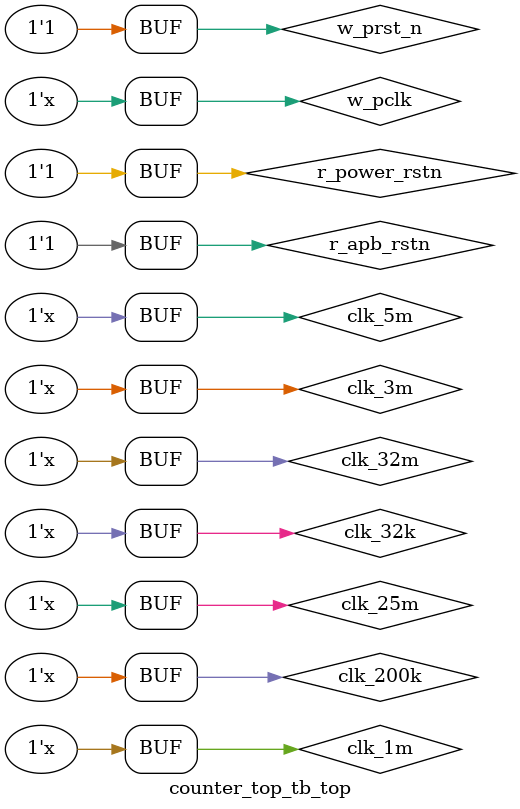
<source format=v>

`timescale 1ns / 1ps 

module counter_top_tb_top( );



parameter   COUNTER_NUM=4;

wire  [COUNTER_NUM-1:0] w_clk;// counter clock domain.
wire  [COUNTER_NUM-1:0] w_rst_n;
//apb bus register clock domain.
wire       w_pclk;
wire       w_prst_n;

wire   [ 31 : 0 ] w_paddr;
wire   [ 31 : 0 ] w_pwdata;
wire              w_pwrite;
wire              w_psel;
wire              w_penable;
wire [ 31 : 0 ]   w_prdata;

//sync data & trigger
wire  [COUNTER_NUM-1:0] w_extern_din_a;
wire  [COUNTER_NUM-1:0] w_extern_din_b;

wire [COUNTER_NUM-1:0] w_extern_dout_a;
wire [COUNTER_NUM-1:0] w_extern_dout_a_oen;
wire [COUNTER_NUM-1:0] w_extern_dout_b;
wire [COUNTER_NUM-1:0] w_extern_dout_b_oen;

//configure register & status.
wire  [COUNTER_NUM*8-1:0] w_clk_ctrl;//
wire  [COUNTER_NUM-1:0]   w_enable;//

//interrupt.
wire  w_int;//

reg r_power_rstn;
reg r_apb_rstn;

wire [1:0] w_inner_clk;
wire [2:0] w_extern_clk;
wire [3:0] w_counter_douta;

reg clk_32m;
reg clk_32k;
reg clk_1m;
reg clk_5m;
reg clk_25m;
reg clk_200k;
reg clk_3m;

initial begin
r_power_rstn    <= 1'b0;
r_apb_rstn      <= 1'b0;
#50;
r_power_rstn    <= 1'b1;
#20;
r_apb_rstn      <= 1'b1;

end


initial begin
    clk_32m <= 1'b0;
    clk_32k <= 1'b1;
    clk_1m  <= 1'b1;
    clk_5m  <= 1'b0;
    clk_25m <= 1'b1;
    clk_200k <= 1'b1;
    clk_3m  <= 1'b0;
end

always #15.625      clk_32m     = ~clk_32m  ;
always #15625       clk_32k     = ~clk_32k  ;
always #500         clk_1m      = ~clk_1m   ;
always #100         clk_5m      = ~clk_5m   ;
always #20          clk_25m     = ~clk_25m  ;
always #2500        clk_200k    = ~clk_200k ;
always #166.7       clk_3m      = ~clk_3m   ;

assign w_pclk = clk_25m;
assign w_prst_n = r_apb_rstn;





counter_top_tb counter_top_tb(
        //counter clock domain.
        .i_clk      (w_clk    ),
        .i_rst_n    (w_rst_n  ),
        //apb bus register clock domain.
        .i_pclk     (w_pclk   ),
        .i_prst_n   (w_prst_n ),
        .o_paddr    (w_paddr  ),
        .o_pwdata   (w_pwdata ),
        .o_pwrite   (w_pwrite ),
        .o_psel     (w_psel   ),
        .o_penable  (w_penable),
        .i_prdata   (w_prdata ),
        //extern data & trigger
        .o_extern_din_a         (w_extern_din_a     ),
        .o_extern_din_b         (w_extern_din_b     ),
        .i_extern_dout_a        (w_extern_dout_a    ),
        .i_extern_dout_a_oen    (w_extern_dout_a_oen),
        .i_extern_dout_b        (w_extern_dout_b    ),
        .i_extern_dout_b_oen    (w_extern_dout_b_oen),
        //interrupt.
        .i_int                  (w_int)
);


counter_clkgen  counter_clkgen(
        .i_power_rstn       (r_power_rstn),
        .i_inner_clk        ({clk_32k,clk_32m}),
        .i_extern_clk       ({clk_200k,clk_1m,clk_3m}),
        .i_counter_douta    (w_extern_dout_a),
        //
        .i_clk_sel_c0       (w_clk_ctrl[3:0]),
        .i_clk_sel_c1       (w_clk_ctrl[11:8]),
        .i_clk_sel_c2       (w_clk_ctrl[19:16]),
        .i_clk_sel_c3       (w_clk_ctrl[27:24]),
        .i_clk_inv_en_c0    (w_clk_ctrl[4]),
        .i_clk_inv_en_c1    (w_clk_ctrl[12]),
        .i_clk_inv_en_c2    (w_clk_ctrl[20]),
        .i_clk_inv_en_c3    (w_clk_ctrl[28]),
        .i_clk_enable_c0    (w_clk_ctrl[5]),
        .i_clk_enable_c1    (w_clk_ctrl[13]),
        .i_clk_enable_c2    (w_clk_ctrl[21]),
        .i_clk_enable_c3    (w_clk_ctrl[29]),
        //
        .o_clk              (w_clk),
        .o_rstn             (w_rst_n)

);

counter_top counter_top(
        //counter clock domain.
        .i_clk          (w_clk    ),
        .i_rst_n        (w_rst_n  ),
        //apb bus register clock domain.
        .i_pclk         (w_pclk   ),
        .i_prst_n       (w_prst_n ),
        .i_paddr        (w_paddr  ),
        .i_pwdata       (w_pwdata ),
        .i_pwrite       (w_pwrite ),
        .i_psel         (w_psel   ),
        .i_penable      (w_penable),
        .o_prdata       (w_prdata ),
        //extern data & trigger
        .i_extern_din_a         (w_extern_din_a     ),
        .i_extern_din_b         (w_extern_din_b     ),
        .o_extern_dout_a        (w_extern_dout_a    ),
        .o_extern_dout_a_oen    (w_extern_dout_a_oen),
        .o_extern_dout_b        (w_extern_dout_b    ),
        .o_extern_dout_b_oen    (w_extern_dout_b_oen),
        //clock select ,enable, inv clock enable.
        .o_enable               (w_enable),
        .o_clk_ctrl             (w_clk_ctrl),
        //interrupt.
        .o_int                  (w_int)
);





`ifdef NC_SIM
initial begin
$shm_open("top.shm");
//$shm_probe(counter_top,"AC");
$shm_probe(counter_top_tb_top,"AC");
end
`endif

`ifdef VCS_SIM
initial begin
$vcdplusfile("top.vpd");
$vcdpluson(0,counter_top);
end
`endif

`ifdef VERI_SIM
initial begin
$fsdbDumpfile("top.fsdb");
$fsdbDumpvars(0,counter_top);
end
`endif







endmodule

</source>
